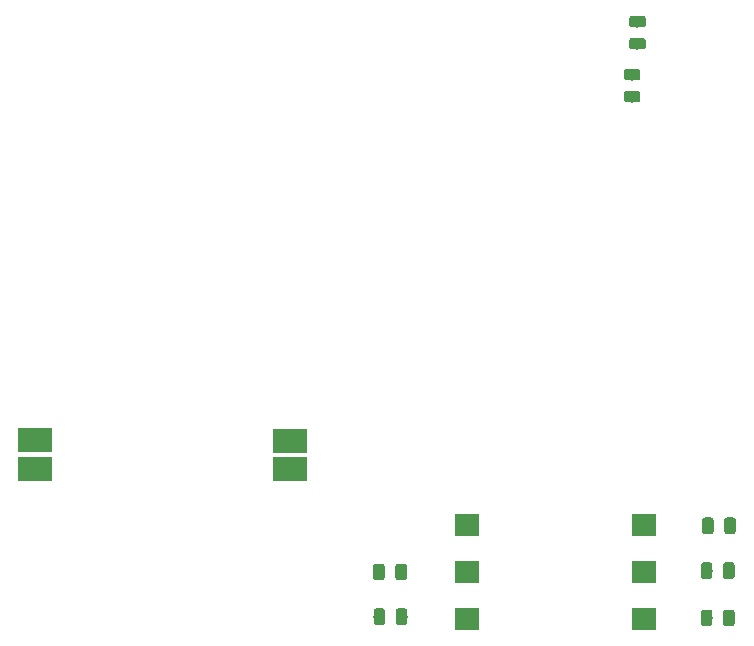
<source format=gbr>
G04 #@! TF.GenerationSoftware,KiCad,Pcbnew,(5.1.4-0)*
G04 #@! TF.CreationDate,2020-03-10T11:39:59-04:00*
G04 #@! TF.ProjectId,joystick,6a6f7973-7469-4636-9b2e-6b696361645f,rev?*
G04 #@! TF.SameCoordinates,Original*
G04 #@! TF.FileFunction,Paste,Top*
G04 #@! TF.FilePolarity,Positive*
%FSLAX46Y46*%
G04 Gerber Fmt 4.6, Leading zero omitted, Abs format (unit mm)*
G04 Created by KiCad (PCBNEW (5.1.4-0)) date 2020-03-10 11:39:59*
%MOMM*%
%LPD*%
G04 APERTURE LIST*
%ADD10C,0.100000*%
%ADD11C,0.975000*%
%ADD12R,2.000000X1.900000*%
%ADD13R,2.900000X2.000000*%
G04 APERTURE END LIST*
D10*
G36*
X147930142Y-116101174D02*
G01*
X147953803Y-116104684D01*
X147977007Y-116110496D01*
X147999529Y-116118554D01*
X148021153Y-116128782D01*
X148041670Y-116141079D01*
X148060883Y-116155329D01*
X148078607Y-116171393D01*
X148094671Y-116189117D01*
X148108921Y-116208330D01*
X148121218Y-116228847D01*
X148131446Y-116250471D01*
X148139504Y-116272993D01*
X148145316Y-116296197D01*
X148148826Y-116319858D01*
X148150000Y-116343750D01*
X148150000Y-117256250D01*
X148148826Y-117280142D01*
X148145316Y-117303803D01*
X148139504Y-117327007D01*
X148131446Y-117349529D01*
X148121218Y-117371153D01*
X148108921Y-117391670D01*
X148094671Y-117410883D01*
X148078607Y-117428607D01*
X148060883Y-117444671D01*
X148041670Y-117458921D01*
X148021153Y-117471218D01*
X147999529Y-117481446D01*
X147977007Y-117489504D01*
X147953803Y-117495316D01*
X147930142Y-117498826D01*
X147906250Y-117500000D01*
X147418750Y-117500000D01*
X147394858Y-117498826D01*
X147371197Y-117495316D01*
X147347993Y-117489504D01*
X147325471Y-117481446D01*
X147303847Y-117471218D01*
X147283330Y-117458921D01*
X147264117Y-117444671D01*
X147246393Y-117428607D01*
X147230329Y-117410883D01*
X147216079Y-117391670D01*
X147203782Y-117371153D01*
X147193554Y-117349529D01*
X147185496Y-117327007D01*
X147179684Y-117303803D01*
X147176174Y-117280142D01*
X147175000Y-117256250D01*
X147175000Y-116343750D01*
X147176174Y-116319858D01*
X147179684Y-116296197D01*
X147185496Y-116272993D01*
X147193554Y-116250471D01*
X147203782Y-116228847D01*
X147216079Y-116208330D01*
X147230329Y-116189117D01*
X147246393Y-116171393D01*
X147264117Y-116155329D01*
X147283330Y-116141079D01*
X147303847Y-116128782D01*
X147325471Y-116118554D01*
X147347993Y-116110496D01*
X147371197Y-116104684D01*
X147394858Y-116101174D01*
X147418750Y-116100000D01*
X147906250Y-116100000D01*
X147930142Y-116101174D01*
X147930142Y-116101174D01*
G37*
D11*
X147662500Y-116800000D03*
D10*
G36*
X149805142Y-116101174D02*
G01*
X149828803Y-116104684D01*
X149852007Y-116110496D01*
X149874529Y-116118554D01*
X149896153Y-116128782D01*
X149916670Y-116141079D01*
X149935883Y-116155329D01*
X149953607Y-116171393D01*
X149969671Y-116189117D01*
X149983921Y-116208330D01*
X149996218Y-116228847D01*
X150006446Y-116250471D01*
X150014504Y-116272993D01*
X150020316Y-116296197D01*
X150023826Y-116319858D01*
X150025000Y-116343750D01*
X150025000Y-117256250D01*
X150023826Y-117280142D01*
X150020316Y-117303803D01*
X150014504Y-117327007D01*
X150006446Y-117349529D01*
X149996218Y-117371153D01*
X149983921Y-117391670D01*
X149969671Y-117410883D01*
X149953607Y-117428607D01*
X149935883Y-117444671D01*
X149916670Y-117458921D01*
X149896153Y-117471218D01*
X149874529Y-117481446D01*
X149852007Y-117489504D01*
X149828803Y-117495316D01*
X149805142Y-117498826D01*
X149781250Y-117500000D01*
X149293750Y-117500000D01*
X149269858Y-117498826D01*
X149246197Y-117495316D01*
X149222993Y-117489504D01*
X149200471Y-117481446D01*
X149178847Y-117471218D01*
X149158330Y-117458921D01*
X149139117Y-117444671D01*
X149121393Y-117428607D01*
X149105329Y-117410883D01*
X149091079Y-117391670D01*
X149078782Y-117371153D01*
X149068554Y-117349529D01*
X149060496Y-117327007D01*
X149054684Y-117303803D01*
X149051174Y-117280142D01*
X149050000Y-117256250D01*
X149050000Y-116343750D01*
X149051174Y-116319858D01*
X149054684Y-116296197D01*
X149060496Y-116272993D01*
X149068554Y-116250471D01*
X149078782Y-116228847D01*
X149091079Y-116208330D01*
X149105329Y-116189117D01*
X149121393Y-116171393D01*
X149139117Y-116155329D01*
X149158330Y-116141079D01*
X149178847Y-116128782D01*
X149200471Y-116118554D01*
X149222993Y-116110496D01*
X149246197Y-116104684D01*
X149269858Y-116101174D01*
X149293750Y-116100000D01*
X149781250Y-116100000D01*
X149805142Y-116101174D01*
X149805142Y-116101174D01*
G37*
D11*
X149537500Y-116800000D03*
D12*
X127350000Y-116930000D03*
X127350000Y-112930000D03*
X127350000Y-108930000D03*
X142350000Y-112930000D03*
X142350000Y-108930000D03*
X142350000Y-116930000D03*
D13*
X112400000Y-104200000D03*
X112400000Y-101800000D03*
X90800000Y-104200000D03*
X90800000Y-101700000D03*
D10*
G36*
X141830142Y-72188674D02*
G01*
X141853803Y-72192184D01*
X141877007Y-72197996D01*
X141899529Y-72206054D01*
X141921153Y-72216282D01*
X141941670Y-72228579D01*
X141960883Y-72242829D01*
X141978607Y-72258893D01*
X141994671Y-72276617D01*
X142008921Y-72295830D01*
X142021218Y-72316347D01*
X142031446Y-72337971D01*
X142039504Y-72360493D01*
X142045316Y-72383697D01*
X142048826Y-72407358D01*
X142050000Y-72431250D01*
X142050000Y-72918750D01*
X142048826Y-72942642D01*
X142045316Y-72966303D01*
X142039504Y-72989507D01*
X142031446Y-73012029D01*
X142021218Y-73033653D01*
X142008921Y-73054170D01*
X141994671Y-73073383D01*
X141978607Y-73091107D01*
X141960883Y-73107171D01*
X141941670Y-73121421D01*
X141921153Y-73133718D01*
X141899529Y-73143946D01*
X141877007Y-73152004D01*
X141853803Y-73157816D01*
X141830142Y-73161326D01*
X141806250Y-73162500D01*
X140893750Y-73162500D01*
X140869858Y-73161326D01*
X140846197Y-73157816D01*
X140822993Y-73152004D01*
X140800471Y-73143946D01*
X140778847Y-73133718D01*
X140758330Y-73121421D01*
X140739117Y-73107171D01*
X140721393Y-73091107D01*
X140705329Y-73073383D01*
X140691079Y-73054170D01*
X140678782Y-73033653D01*
X140668554Y-73012029D01*
X140660496Y-72989507D01*
X140654684Y-72966303D01*
X140651174Y-72942642D01*
X140650000Y-72918750D01*
X140650000Y-72431250D01*
X140651174Y-72407358D01*
X140654684Y-72383697D01*
X140660496Y-72360493D01*
X140668554Y-72337971D01*
X140678782Y-72316347D01*
X140691079Y-72295830D01*
X140705329Y-72276617D01*
X140721393Y-72258893D01*
X140739117Y-72242829D01*
X140758330Y-72228579D01*
X140778847Y-72216282D01*
X140800471Y-72206054D01*
X140822993Y-72197996D01*
X140846197Y-72192184D01*
X140869858Y-72188674D01*
X140893750Y-72187500D01*
X141806250Y-72187500D01*
X141830142Y-72188674D01*
X141830142Y-72188674D01*
G37*
D11*
X141350000Y-72675000D03*
D10*
G36*
X141830142Y-70313674D02*
G01*
X141853803Y-70317184D01*
X141877007Y-70322996D01*
X141899529Y-70331054D01*
X141921153Y-70341282D01*
X141941670Y-70353579D01*
X141960883Y-70367829D01*
X141978607Y-70383893D01*
X141994671Y-70401617D01*
X142008921Y-70420830D01*
X142021218Y-70441347D01*
X142031446Y-70462971D01*
X142039504Y-70485493D01*
X142045316Y-70508697D01*
X142048826Y-70532358D01*
X142050000Y-70556250D01*
X142050000Y-71043750D01*
X142048826Y-71067642D01*
X142045316Y-71091303D01*
X142039504Y-71114507D01*
X142031446Y-71137029D01*
X142021218Y-71158653D01*
X142008921Y-71179170D01*
X141994671Y-71198383D01*
X141978607Y-71216107D01*
X141960883Y-71232171D01*
X141941670Y-71246421D01*
X141921153Y-71258718D01*
X141899529Y-71268946D01*
X141877007Y-71277004D01*
X141853803Y-71282816D01*
X141830142Y-71286326D01*
X141806250Y-71287500D01*
X140893750Y-71287500D01*
X140869858Y-71286326D01*
X140846197Y-71282816D01*
X140822993Y-71277004D01*
X140800471Y-71268946D01*
X140778847Y-71258718D01*
X140758330Y-71246421D01*
X140739117Y-71232171D01*
X140721393Y-71216107D01*
X140705329Y-71198383D01*
X140691079Y-71179170D01*
X140678782Y-71158653D01*
X140668554Y-71137029D01*
X140660496Y-71114507D01*
X140654684Y-71091303D01*
X140651174Y-71067642D01*
X140650000Y-71043750D01*
X140650000Y-70556250D01*
X140651174Y-70532358D01*
X140654684Y-70508697D01*
X140660496Y-70485493D01*
X140668554Y-70462971D01*
X140678782Y-70441347D01*
X140691079Y-70420830D01*
X140705329Y-70401617D01*
X140721393Y-70383893D01*
X140739117Y-70367829D01*
X140758330Y-70353579D01*
X140778847Y-70341282D01*
X140800471Y-70331054D01*
X140822993Y-70322996D01*
X140846197Y-70317184D01*
X140869858Y-70313674D01*
X140893750Y-70312500D01*
X141806250Y-70312500D01*
X141830142Y-70313674D01*
X141830142Y-70313674D01*
G37*
D11*
X141350000Y-70800000D03*
D10*
G36*
X142280142Y-65826174D02*
G01*
X142303803Y-65829684D01*
X142327007Y-65835496D01*
X142349529Y-65843554D01*
X142371153Y-65853782D01*
X142391670Y-65866079D01*
X142410883Y-65880329D01*
X142428607Y-65896393D01*
X142444671Y-65914117D01*
X142458921Y-65933330D01*
X142471218Y-65953847D01*
X142481446Y-65975471D01*
X142489504Y-65997993D01*
X142495316Y-66021197D01*
X142498826Y-66044858D01*
X142500000Y-66068750D01*
X142500000Y-66556250D01*
X142498826Y-66580142D01*
X142495316Y-66603803D01*
X142489504Y-66627007D01*
X142481446Y-66649529D01*
X142471218Y-66671153D01*
X142458921Y-66691670D01*
X142444671Y-66710883D01*
X142428607Y-66728607D01*
X142410883Y-66744671D01*
X142391670Y-66758921D01*
X142371153Y-66771218D01*
X142349529Y-66781446D01*
X142327007Y-66789504D01*
X142303803Y-66795316D01*
X142280142Y-66798826D01*
X142256250Y-66800000D01*
X141343750Y-66800000D01*
X141319858Y-66798826D01*
X141296197Y-66795316D01*
X141272993Y-66789504D01*
X141250471Y-66781446D01*
X141228847Y-66771218D01*
X141208330Y-66758921D01*
X141189117Y-66744671D01*
X141171393Y-66728607D01*
X141155329Y-66710883D01*
X141141079Y-66691670D01*
X141128782Y-66671153D01*
X141118554Y-66649529D01*
X141110496Y-66627007D01*
X141104684Y-66603803D01*
X141101174Y-66580142D01*
X141100000Y-66556250D01*
X141100000Y-66068750D01*
X141101174Y-66044858D01*
X141104684Y-66021197D01*
X141110496Y-65997993D01*
X141118554Y-65975471D01*
X141128782Y-65953847D01*
X141141079Y-65933330D01*
X141155329Y-65914117D01*
X141171393Y-65896393D01*
X141189117Y-65880329D01*
X141208330Y-65866079D01*
X141228847Y-65853782D01*
X141250471Y-65843554D01*
X141272993Y-65835496D01*
X141296197Y-65829684D01*
X141319858Y-65826174D01*
X141343750Y-65825000D01*
X142256250Y-65825000D01*
X142280142Y-65826174D01*
X142280142Y-65826174D01*
G37*
D11*
X141800000Y-66312500D03*
D10*
G36*
X142280142Y-67701174D02*
G01*
X142303803Y-67704684D01*
X142327007Y-67710496D01*
X142349529Y-67718554D01*
X142371153Y-67728782D01*
X142391670Y-67741079D01*
X142410883Y-67755329D01*
X142428607Y-67771393D01*
X142444671Y-67789117D01*
X142458921Y-67808330D01*
X142471218Y-67828847D01*
X142481446Y-67850471D01*
X142489504Y-67872993D01*
X142495316Y-67896197D01*
X142498826Y-67919858D01*
X142500000Y-67943750D01*
X142500000Y-68431250D01*
X142498826Y-68455142D01*
X142495316Y-68478803D01*
X142489504Y-68502007D01*
X142481446Y-68524529D01*
X142471218Y-68546153D01*
X142458921Y-68566670D01*
X142444671Y-68585883D01*
X142428607Y-68603607D01*
X142410883Y-68619671D01*
X142391670Y-68633921D01*
X142371153Y-68646218D01*
X142349529Y-68656446D01*
X142327007Y-68664504D01*
X142303803Y-68670316D01*
X142280142Y-68673826D01*
X142256250Y-68675000D01*
X141343750Y-68675000D01*
X141319858Y-68673826D01*
X141296197Y-68670316D01*
X141272993Y-68664504D01*
X141250471Y-68656446D01*
X141228847Y-68646218D01*
X141208330Y-68633921D01*
X141189117Y-68619671D01*
X141171393Y-68603607D01*
X141155329Y-68585883D01*
X141141079Y-68566670D01*
X141128782Y-68546153D01*
X141118554Y-68524529D01*
X141110496Y-68502007D01*
X141104684Y-68478803D01*
X141101174Y-68455142D01*
X141100000Y-68431250D01*
X141100000Y-67943750D01*
X141101174Y-67919858D01*
X141104684Y-67896197D01*
X141110496Y-67872993D01*
X141118554Y-67850471D01*
X141128782Y-67828847D01*
X141141079Y-67808330D01*
X141155329Y-67789117D01*
X141171393Y-67771393D01*
X141189117Y-67755329D01*
X141208330Y-67741079D01*
X141228847Y-67728782D01*
X141250471Y-67718554D01*
X141272993Y-67710496D01*
X141296197Y-67704684D01*
X141319858Y-67701174D01*
X141343750Y-67700000D01*
X142256250Y-67700000D01*
X142280142Y-67701174D01*
X142280142Y-67701174D01*
G37*
D11*
X141800000Y-68187500D03*
D10*
G36*
X147930142Y-112101174D02*
G01*
X147953803Y-112104684D01*
X147977007Y-112110496D01*
X147999529Y-112118554D01*
X148021153Y-112128782D01*
X148041670Y-112141079D01*
X148060883Y-112155329D01*
X148078607Y-112171393D01*
X148094671Y-112189117D01*
X148108921Y-112208330D01*
X148121218Y-112228847D01*
X148131446Y-112250471D01*
X148139504Y-112272993D01*
X148145316Y-112296197D01*
X148148826Y-112319858D01*
X148150000Y-112343750D01*
X148150000Y-113256250D01*
X148148826Y-113280142D01*
X148145316Y-113303803D01*
X148139504Y-113327007D01*
X148131446Y-113349529D01*
X148121218Y-113371153D01*
X148108921Y-113391670D01*
X148094671Y-113410883D01*
X148078607Y-113428607D01*
X148060883Y-113444671D01*
X148041670Y-113458921D01*
X148021153Y-113471218D01*
X147999529Y-113481446D01*
X147977007Y-113489504D01*
X147953803Y-113495316D01*
X147930142Y-113498826D01*
X147906250Y-113500000D01*
X147418750Y-113500000D01*
X147394858Y-113498826D01*
X147371197Y-113495316D01*
X147347993Y-113489504D01*
X147325471Y-113481446D01*
X147303847Y-113471218D01*
X147283330Y-113458921D01*
X147264117Y-113444671D01*
X147246393Y-113428607D01*
X147230329Y-113410883D01*
X147216079Y-113391670D01*
X147203782Y-113371153D01*
X147193554Y-113349529D01*
X147185496Y-113327007D01*
X147179684Y-113303803D01*
X147176174Y-113280142D01*
X147175000Y-113256250D01*
X147175000Y-112343750D01*
X147176174Y-112319858D01*
X147179684Y-112296197D01*
X147185496Y-112272993D01*
X147193554Y-112250471D01*
X147203782Y-112228847D01*
X147216079Y-112208330D01*
X147230329Y-112189117D01*
X147246393Y-112171393D01*
X147264117Y-112155329D01*
X147283330Y-112141079D01*
X147303847Y-112128782D01*
X147325471Y-112118554D01*
X147347993Y-112110496D01*
X147371197Y-112104684D01*
X147394858Y-112101174D01*
X147418750Y-112100000D01*
X147906250Y-112100000D01*
X147930142Y-112101174D01*
X147930142Y-112101174D01*
G37*
D11*
X147662500Y-112800000D03*
D10*
G36*
X149805142Y-112101174D02*
G01*
X149828803Y-112104684D01*
X149852007Y-112110496D01*
X149874529Y-112118554D01*
X149896153Y-112128782D01*
X149916670Y-112141079D01*
X149935883Y-112155329D01*
X149953607Y-112171393D01*
X149969671Y-112189117D01*
X149983921Y-112208330D01*
X149996218Y-112228847D01*
X150006446Y-112250471D01*
X150014504Y-112272993D01*
X150020316Y-112296197D01*
X150023826Y-112319858D01*
X150025000Y-112343750D01*
X150025000Y-113256250D01*
X150023826Y-113280142D01*
X150020316Y-113303803D01*
X150014504Y-113327007D01*
X150006446Y-113349529D01*
X149996218Y-113371153D01*
X149983921Y-113391670D01*
X149969671Y-113410883D01*
X149953607Y-113428607D01*
X149935883Y-113444671D01*
X149916670Y-113458921D01*
X149896153Y-113471218D01*
X149874529Y-113481446D01*
X149852007Y-113489504D01*
X149828803Y-113495316D01*
X149805142Y-113498826D01*
X149781250Y-113500000D01*
X149293750Y-113500000D01*
X149269858Y-113498826D01*
X149246197Y-113495316D01*
X149222993Y-113489504D01*
X149200471Y-113481446D01*
X149178847Y-113471218D01*
X149158330Y-113458921D01*
X149139117Y-113444671D01*
X149121393Y-113428607D01*
X149105329Y-113410883D01*
X149091079Y-113391670D01*
X149078782Y-113371153D01*
X149068554Y-113349529D01*
X149060496Y-113327007D01*
X149054684Y-113303803D01*
X149051174Y-113280142D01*
X149050000Y-113256250D01*
X149050000Y-112343750D01*
X149051174Y-112319858D01*
X149054684Y-112296197D01*
X149060496Y-112272993D01*
X149068554Y-112250471D01*
X149078782Y-112228847D01*
X149091079Y-112208330D01*
X149105329Y-112189117D01*
X149121393Y-112171393D01*
X149139117Y-112155329D01*
X149158330Y-112141079D01*
X149178847Y-112128782D01*
X149200471Y-112118554D01*
X149222993Y-112110496D01*
X149246197Y-112104684D01*
X149269858Y-112101174D01*
X149293750Y-112100000D01*
X149781250Y-112100000D01*
X149805142Y-112101174D01*
X149805142Y-112101174D01*
G37*
D11*
X149537500Y-112800000D03*
D10*
G36*
X148030142Y-108301174D02*
G01*
X148053803Y-108304684D01*
X148077007Y-108310496D01*
X148099529Y-108318554D01*
X148121153Y-108328782D01*
X148141670Y-108341079D01*
X148160883Y-108355329D01*
X148178607Y-108371393D01*
X148194671Y-108389117D01*
X148208921Y-108408330D01*
X148221218Y-108428847D01*
X148231446Y-108450471D01*
X148239504Y-108472993D01*
X148245316Y-108496197D01*
X148248826Y-108519858D01*
X148250000Y-108543750D01*
X148250000Y-109456250D01*
X148248826Y-109480142D01*
X148245316Y-109503803D01*
X148239504Y-109527007D01*
X148231446Y-109549529D01*
X148221218Y-109571153D01*
X148208921Y-109591670D01*
X148194671Y-109610883D01*
X148178607Y-109628607D01*
X148160883Y-109644671D01*
X148141670Y-109658921D01*
X148121153Y-109671218D01*
X148099529Y-109681446D01*
X148077007Y-109689504D01*
X148053803Y-109695316D01*
X148030142Y-109698826D01*
X148006250Y-109700000D01*
X147518750Y-109700000D01*
X147494858Y-109698826D01*
X147471197Y-109695316D01*
X147447993Y-109689504D01*
X147425471Y-109681446D01*
X147403847Y-109671218D01*
X147383330Y-109658921D01*
X147364117Y-109644671D01*
X147346393Y-109628607D01*
X147330329Y-109610883D01*
X147316079Y-109591670D01*
X147303782Y-109571153D01*
X147293554Y-109549529D01*
X147285496Y-109527007D01*
X147279684Y-109503803D01*
X147276174Y-109480142D01*
X147275000Y-109456250D01*
X147275000Y-108543750D01*
X147276174Y-108519858D01*
X147279684Y-108496197D01*
X147285496Y-108472993D01*
X147293554Y-108450471D01*
X147303782Y-108428847D01*
X147316079Y-108408330D01*
X147330329Y-108389117D01*
X147346393Y-108371393D01*
X147364117Y-108355329D01*
X147383330Y-108341079D01*
X147403847Y-108328782D01*
X147425471Y-108318554D01*
X147447993Y-108310496D01*
X147471197Y-108304684D01*
X147494858Y-108301174D01*
X147518750Y-108300000D01*
X148006250Y-108300000D01*
X148030142Y-108301174D01*
X148030142Y-108301174D01*
G37*
D11*
X147762500Y-109000000D03*
D10*
G36*
X149905142Y-108301174D02*
G01*
X149928803Y-108304684D01*
X149952007Y-108310496D01*
X149974529Y-108318554D01*
X149996153Y-108328782D01*
X150016670Y-108341079D01*
X150035883Y-108355329D01*
X150053607Y-108371393D01*
X150069671Y-108389117D01*
X150083921Y-108408330D01*
X150096218Y-108428847D01*
X150106446Y-108450471D01*
X150114504Y-108472993D01*
X150120316Y-108496197D01*
X150123826Y-108519858D01*
X150125000Y-108543750D01*
X150125000Y-109456250D01*
X150123826Y-109480142D01*
X150120316Y-109503803D01*
X150114504Y-109527007D01*
X150106446Y-109549529D01*
X150096218Y-109571153D01*
X150083921Y-109591670D01*
X150069671Y-109610883D01*
X150053607Y-109628607D01*
X150035883Y-109644671D01*
X150016670Y-109658921D01*
X149996153Y-109671218D01*
X149974529Y-109681446D01*
X149952007Y-109689504D01*
X149928803Y-109695316D01*
X149905142Y-109698826D01*
X149881250Y-109700000D01*
X149393750Y-109700000D01*
X149369858Y-109698826D01*
X149346197Y-109695316D01*
X149322993Y-109689504D01*
X149300471Y-109681446D01*
X149278847Y-109671218D01*
X149258330Y-109658921D01*
X149239117Y-109644671D01*
X149221393Y-109628607D01*
X149205329Y-109610883D01*
X149191079Y-109591670D01*
X149178782Y-109571153D01*
X149168554Y-109549529D01*
X149160496Y-109527007D01*
X149154684Y-109503803D01*
X149151174Y-109480142D01*
X149150000Y-109456250D01*
X149150000Y-108543750D01*
X149151174Y-108519858D01*
X149154684Y-108496197D01*
X149160496Y-108472993D01*
X149168554Y-108450471D01*
X149178782Y-108428847D01*
X149191079Y-108408330D01*
X149205329Y-108389117D01*
X149221393Y-108371393D01*
X149239117Y-108355329D01*
X149258330Y-108341079D01*
X149278847Y-108328782D01*
X149300471Y-108318554D01*
X149322993Y-108310496D01*
X149346197Y-108304684D01*
X149369858Y-108301174D01*
X149393750Y-108300000D01*
X149881250Y-108300000D01*
X149905142Y-108301174D01*
X149905142Y-108301174D01*
G37*
D11*
X149637500Y-109000000D03*
D10*
G36*
X122092642Y-116001174D02*
G01*
X122116303Y-116004684D01*
X122139507Y-116010496D01*
X122162029Y-116018554D01*
X122183653Y-116028782D01*
X122204170Y-116041079D01*
X122223383Y-116055329D01*
X122241107Y-116071393D01*
X122257171Y-116089117D01*
X122271421Y-116108330D01*
X122283718Y-116128847D01*
X122293946Y-116150471D01*
X122302004Y-116172993D01*
X122307816Y-116196197D01*
X122311326Y-116219858D01*
X122312500Y-116243750D01*
X122312500Y-117156250D01*
X122311326Y-117180142D01*
X122307816Y-117203803D01*
X122302004Y-117227007D01*
X122293946Y-117249529D01*
X122283718Y-117271153D01*
X122271421Y-117291670D01*
X122257171Y-117310883D01*
X122241107Y-117328607D01*
X122223383Y-117344671D01*
X122204170Y-117358921D01*
X122183653Y-117371218D01*
X122162029Y-117381446D01*
X122139507Y-117389504D01*
X122116303Y-117395316D01*
X122092642Y-117398826D01*
X122068750Y-117400000D01*
X121581250Y-117400000D01*
X121557358Y-117398826D01*
X121533697Y-117395316D01*
X121510493Y-117389504D01*
X121487971Y-117381446D01*
X121466347Y-117371218D01*
X121445830Y-117358921D01*
X121426617Y-117344671D01*
X121408893Y-117328607D01*
X121392829Y-117310883D01*
X121378579Y-117291670D01*
X121366282Y-117271153D01*
X121356054Y-117249529D01*
X121347996Y-117227007D01*
X121342184Y-117203803D01*
X121338674Y-117180142D01*
X121337500Y-117156250D01*
X121337500Y-116243750D01*
X121338674Y-116219858D01*
X121342184Y-116196197D01*
X121347996Y-116172993D01*
X121356054Y-116150471D01*
X121366282Y-116128847D01*
X121378579Y-116108330D01*
X121392829Y-116089117D01*
X121408893Y-116071393D01*
X121426617Y-116055329D01*
X121445830Y-116041079D01*
X121466347Y-116028782D01*
X121487971Y-116018554D01*
X121510493Y-116010496D01*
X121533697Y-116004684D01*
X121557358Y-116001174D01*
X121581250Y-116000000D01*
X122068750Y-116000000D01*
X122092642Y-116001174D01*
X122092642Y-116001174D01*
G37*
D11*
X121825000Y-116700000D03*
D10*
G36*
X120217642Y-116001174D02*
G01*
X120241303Y-116004684D01*
X120264507Y-116010496D01*
X120287029Y-116018554D01*
X120308653Y-116028782D01*
X120329170Y-116041079D01*
X120348383Y-116055329D01*
X120366107Y-116071393D01*
X120382171Y-116089117D01*
X120396421Y-116108330D01*
X120408718Y-116128847D01*
X120418946Y-116150471D01*
X120427004Y-116172993D01*
X120432816Y-116196197D01*
X120436326Y-116219858D01*
X120437500Y-116243750D01*
X120437500Y-117156250D01*
X120436326Y-117180142D01*
X120432816Y-117203803D01*
X120427004Y-117227007D01*
X120418946Y-117249529D01*
X120408718Y-117271153D01*
X120396421Y-117291670D01*
X120382171Y-117310883D01*
X120366107Y-117328607D01*
X120348383Y-117344671D01*
X120329170Y-117358921D01*
X120308653Y-117371218D01*
X120287029Y-117381446D01*
X120264507Y-117389504D01*
X120241303Y-117395316D01*
X120217642Y-117398826D01*
X120193750Y-117400000D01*
X119706250Y-117400000D01*
X119682358Y-117398826D01*
X119658697Y-117395316D01*
X119635493Y-117389504D01*
X119612971Y-117381446D01*
X119591347Y-117371218D01*
X119570830Y-117358921D01*
X119551617Y-117344671D01*
X119533893Y-117328607D01*
X119517829Y-117310883D01*
X119503579Y-117291670D01*
X119491282Y-117271153D01*
X119481054Y-117249529D01*
X119472996Y-117227007D01*
X119467184Y-117203803D01*
X119463674Y-117180142D01*
X119462500Y-117156250D01*
X119462500Y-116243750D01*
X119463674Y-116219858D01*
X119467184Y-116196197D01*
X119472996Y-116172993D01*
X119481054Y-116150471D01*
X119491282Y-116128847D01*
X119503579Y-116108330D01*
X119517829Y-116089117D01*
X119533893Y-116071393D01*
X119551617Y-116055329D01*
X119570830Y-116041079D01*
X119591347Y-116028782D01*
X119612971Y-116018554D01*
X119635493Y-116010496D01*
X119658697Y-116004684D01*
X119682358Y-116001174D01*
X119706250Y-116000000D01*
X120193750Y-116000000D01*
X120217642Y-116001174D01*
X120217642Y-116001174D01*
G37*
D11*
X119950000Y-116700000D03*
D10*
G36*
X122055142Y-112201174D02*
G01*
X122078803Y-112204684D01*
X122102007Y-112210496D01*
X122124529Y-112218554D01*
X122146153Y-112228782D01*
X122166670Y-112241079D01*
X122185883Y-112255329D01*
X122203607Y-112271393D01*
X122219671Y-112289117D01*
X122233921Y-112308330D01*
X122246218Y-112328847D01*
X122256446Y-112350471D01*
X122264504Y-112372993D01*
X122270316Y-112396197D01*
X122273826Y-112419858D01*
X122275000Y-112443750D01*
X122275000Y-113356250D01*
X122273826Y-113380142D01*
X122270316Y-113403803D01*
X122264504Y-113427007D01*
X122256446Y-113449529D01*
X122246218Y-113471153D01*
X122233921Y-113491670D01*
X122219671Y-113510883D01*
X122203607Y-113528607D01*
X122185883Y-113544671D01*
X122166670Y-113558921D01*
X122146153Y-113571218D01*
X122124529Y-113581446D01*
X122102007Y-113589504D01*
X122078803Y-113595316D01*
X122055142Y-113598826D01*
X122031250Y-113600000D01*
X121543750Y-113600000D01*
X121519858Y-113598826D01*
X121496197Y-113595316D01*
X121472993Y-113589504D01*
X121450471Y-113581446D01*
X121428847Y-113571218D01*
X121408330Y-113558921D01*
X121389117Y-113544671D01*
X121371393Y-113528607D01*
X121355329Y-113510883D01*
X121341079Y-113491670D01*
X121328782Y-113471153D01*
X121318554Y-113449529D01*
X121310496Y-113427007D01*
X121304684Y-113403803D01*
X121301174Y-113380142D01*
X121300000Y-113356250D01*
X121300000Y-112443750D01*
X121301174Y-112419858D01*
X121304684Y-112396197D01*
X121310496Y-112372993D01*
X121318554Y-112350471D01*
X121328782Y-112328847D01*
X121341079Y-112308330D01*
X121355329Y-112289117D01*
X121371393Y-112271393D01*
X121389117Y-112255329D01*
X121408330Y-112241079D01*
X121428847Y-112228782D01*
X121450471Y-112218554D01*
X121472993Y-112210496D01*
X121496197Y-112204684D01*
X121519858Y-112201174D01*
X121543750Y-112200000D01*
X122031250Y-112200000D01*
X122055142Y-112201174D01*
X122055142Y-112201174D01*
G37*
D11*
X121787500Y-112900000D03*
D10*
G36*
X120180142Y-112201174D02*
G01*
X120203803Y-112204684D01*
X120227007Y-112210496D01*
X120249529Y-112218554D01*
X120271153Y-112228782D01*
X120291670Y-112241079D01*
X120310883Y-112255329D01*
X120328607Y-112271393D01*
X120344671Y-112289117D01*
X120358921Y-112308330D01*
X120371218Y-112328847D01*
X120381446Y-112350471D01*
X120389504Y-112372993D01*
X120395316Y-112396197D01*
X120398826Y-112419858D01*
X120400000Y-112443750D01*
X120400000Y-113356250D01*
X120398826Y-113380142D01*
X120395316Y-113403803D01*
X120389504Y-113427007D01*
X120381446Y-113449529D01*
X120371218Y-113471153D01*
X120358921Y-113491670D01*
X120344671Y-113510883D01*
X120328607Y-113528607D01*
X120310883Y-113544671D01*
X120291670Y-113558921D01*
X120271153Y-113571218D01*
X120249529Y-113581446D01*
X120227007Y-113589504D01*
X120203803Y-113595316D01*
X120180142Y-113598826D01*
X120156250Y-113600000D01*
X119668750Y-113600000D01*
X119644858Y-113598826D01*
X119621197Y-113595316D01*
X119597993Y-113589504D01*
X119575471Y-113581446D01*
X119553847Y-113571218D01*
X119533330Y-113558921D01*
X119514117Y-113544671D01*
X119496393Y-113528607D01*
X119480329Y-113510883D01*
X119466079Y-113491670D01*
X119453782Y-113471153D01*
X119443554Y-113449529D01*
X119435496Y-113427007D01*
X119429684Y-113403803D01*
X119426174Y-113380142D01*
X119425000Y-113356250D01*
X119425000Y-112443750D01*
X119426174Y-112419858D01*
X119429684Y-112396197D01*
X119435496Y-112372993D01*
X119443554Y-112350471D01*
X119453782Y-112328847D01*
X119466079Y-112308330D01*
X119480329Y-112289117D01*
X119496393Y-112271393D01*
X119514117Y-112255329D01*
X119533330Y-112241079D01*
X119553847Y-112228782D01*
X119575471Y-112218554D01*
X119597993Y-112210496D01*
X119621197Y-112204684D01*
X119644858Y-112201174D01*
X119668750Y-112200000D01*
X120156250Y-112200000D01*
X120180142Y-112201174D01*
X120180142Y-112201174D01*
G37*
D11*
X119912500Y-112900000D03*
M02*

</source>
